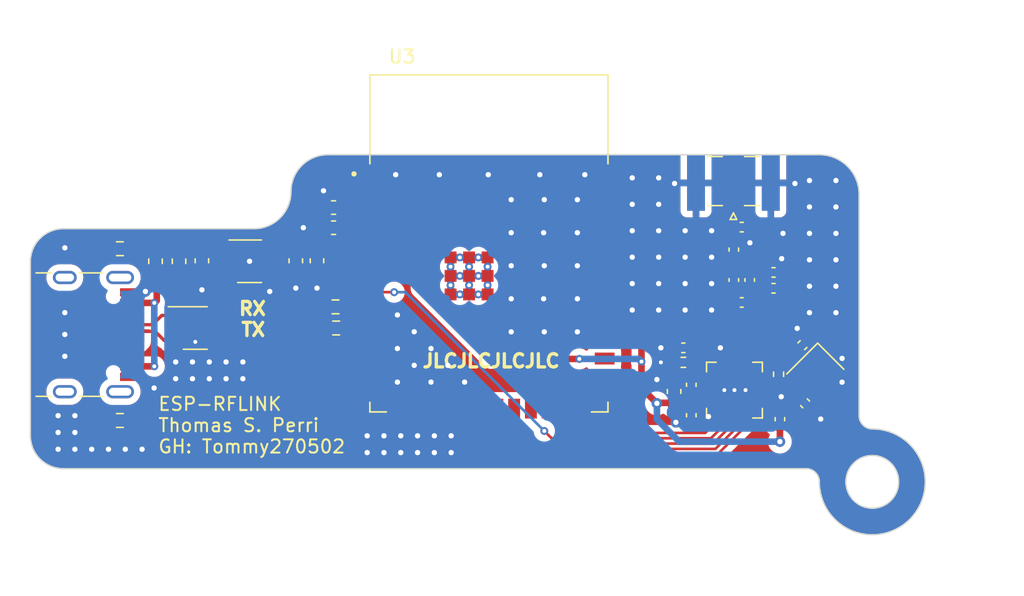
<source format=kicad_pcb>
(kicad_pcb (version 20221018) (generator pcbnew)
  (layers (0 "F.Cu" signal) (1 "In1.Cu" signal) (2 "In2.Cu" signal) (31 "B.Cu" signal) (34 "B.Paste" user) (35 "F.Paste" user) (36 "B.SilkS" user "B.Silkscreen") (37 "F.SilkS" user "F.Silkscreen") (38 "B.Mask" user) (39 "F.Mask" user) (44 "Edge.Cuts" user))
  (net 0 "")
  (net 1 "VDD_PA")
  (net 2 "XC1")
  (net 3 "XC2")
  (net 4 "USBCON_D+")
  (net 5 "ANT2")
  (net 6 "ANT1")
  (net 7 "Net-(U4-DVDD)")
  (net 8 "CE")
  (net 9 "CSN")
  (net 10 "SCK")
  (net 11 "MOSI")
  (net 12 "MISO")
  (net 13 "IRQ")
  (net 14 "Net-(C16-Pad1)")
  (net 15 "Net-(J2-In)")
  (net 16 "Net-(J1-CC1)")
  (net 18 "+3V3")
  (net 19 "+5V")
  (net 20 "GND")
  (net 21 "Net-(J1-CC2)")
  (net 22 "Net-(D1-A)")
  (net 23 "Net-(D2-A)")
  (net 24 "Net-(F1-Pad1)")
  (net 27 "Net-(U3-IO16)")
  (net 28 "Net-(U3-IO17)")
  (net 29 "Net-(U4-IREF)")
  (net 30 "USB_D+")
  (net 31 "USB_D-")
  (net 53 "USBCON_D-")
  (net 60 "Net-(F1-Pad2)")
  (footprint "Capacitor_SMD:C_0603_1608Metric_Pad1.08x0.95mm_HandSolder" (layer "F.Cu") (at 109.22 63.246 180)
    (fp_text reference "C6" hide)
    (fp_text value "100n" hide)
  )
  (footprint "Capacitor_SMD:C_0402_1005Metric_Pad0.74x0.62mm_HandSolder" (layer "F.Cu") (at 142.4825 69.353749)
    (fp_text reference "C12" hide)
    (fp_text value "2n2" hide)
  )
  (footprint "Crystal:Crystal_SMD_2520-4Pin_2.5x2.0mm" (layer "F.Cu") (at 145.641256 75.66 -135)
    (fp_text reference "Y1" hide)
    (fp_text value "Crystal_GND24_Small" hide)
  )
  (footprint "Capacitor_SMD:C_0603_1608Metric_Pad1.08x0.95mm_HandSolder" (layer "F.Cu") (at 107.965 67.2725 -90)
    (fp_text reference "C3" hide)
    (fp_text value "100n" hide)
  )
  (footprint "Capacitor_SMD:C_0402_1005Metric_Pad0.74x0.62mm_HandSolder" (layer "F.Cu") (at 140.0825 64.72625)
    (fp_text reference "C17" hide)
    (fp_text value "1p" hide)
  )
  (footprint "Fuse:Fuse_0603_1608Metric_Pad1.05x0.95mm_HandSolder" (layer "F.Cu") (at 95.758 67.31 90)
    (fp_text reference "F1" hide)
    (fp_text value "500mA" hide)
  )
  (footprint "Capacitor_SMD:C_0603_1608Metric_Pad1.08x0.95mm_HandSolder" (layer "F.Cu") (at 106.365 67.2725 -90)
    (fp_text reference "C2" hide)
    (fp_text value "10u" hide)
  )
  (footprint "Capacitor_SMD:C_0402_1005Metric_Pad0.74x0.62mm_HandSolder" (layer "F.Cu") (at 139.4825 66.42625 90)
    (fp_text reference "C16" hide)
    (fp_text value "1p5" hide)
  )
  (footprint "Inductor_SMD:L_0402_1005Metric_Pad0.77x0.64mm_HandSolder" (layer "F.Cu") (at 140.6825 68.72625 90)
    (fp_text reference "L4" hide)
    (fp_text value "2n7" hide)
  )
  (footprint "Capacitor_SMD:C_0603_1608Metric_Pad1.08x0.95mm_HandSolder" (layer "F.Cu") (at 134.964999 77.16 90)
    (fp_text reference "C8" hide)
    (fp_text value "10u" hide)
  )
  (footprint "Resistor_SMD:R_0402_1005Metric_Pad0.72x0.64mm_HandSolder" (layer "F.Cu") (at 142.865 75.857499 -90)
    (fp_text reference "R6" hide)
    (fp_text value "1M" hide)
  )
  (footprint "Capacitor_SMD:C_0402_1005Metric_Pad0.74x0.62mm_HandSolder" (layer "F.Cu") (at 136.265 76.66 90)
    (fp_text reference "C13" hide)
    (fp_text value "100n" hide)
  )
  (footprint "Capacitor_SMD:C_0402_1005Metric_Pad0.74x0.62mm_HandSolder" (layer "F.Cu") (at 142.965 79.26 90)
    (fp_text reference "C15" hide)
    (fp_text value "100n" hide)
  )
  (footprint "ESP32:XCVR_ESP32S3WROOM1N8R8" (layer "F.Cu") (at 120.965 65.96)
    (fp_text reference "U3")
    (fp_text value "ESP32-S3" hide)
  )
  (footprint "Inductor_SMD:L_0402_1005Metric_Pad0.77x0.64mm_HandSolder" (layer "F.Cu") (at 140.0825 70.42625)
    (fp_text reference "L2" hide)
    (fp_text value "8n2" hide)
  )
  (footprint "Capacitor_SMD:C_0402_1005Metric_Pad0.74x0.62mm_HandSolder" (layer "F.Cu") (at 144.665 73.66 45)
    (fp_text reference "C9" hide)
    (fp_text value "22p" hide)
  )
  (footprint "Capacitor_SMD:C_0402_1005Metric_Pad0.74x0.62mm_HandSolder" (layer "F.Cu") (at 144.865 78.060001 -45)
    (fp_text reference "C11" hide)
    (fp_text value "22p" hide)
  )
  (footprint "Inductor_SMD:L_0603_1608Metric_Pad1.05x0.95mm_HandSolder" (layer "F.Cu") (at 97.536 67.31 90)
    (fp_text reference "L1" hide)
    (fp_text value "2u2" hide)
  )
  (footprint "Resistor_SMD:R_0603_1608Metric_Pad0.98x0.95mm_HandSolder" (layer "F.Cu") (at 109.415 72.36 180)
    (fp_text reference "R4" hide)
    (fp_text value "1k3" hide)
  )
  (footprint "Capacitor_SMD:C_0402_1005Metric_Pad0.74x0.62mm_HandSolder" (layer "F.Cu") (at 142.4825 68.15375)
    (fp_text reference "C14" hide)
    (fp_text value "4p7" hide)
  )
  (footprint "Capacitor_SMD:C_0402_1005Metric_Pad0.74x0.62mm_HandSolder" (layer "F.Cu") (at 136.265 78.96 -90)
    (fp_text reference "C7" hide)
    (fp_text value "33n" hide)
  )
  (footprint "Package_TO_SOT_SMD:SOT-23-5_HandSoldering" (layer "F.Cu") (at 102.87 67.31)
    (fp_text reference "U2" hide)
    (fp_text value "NCP115ASN330T2G" hide)
  )
  (footprint "LED_SMD:LED_0603_1608Metric_Pad1.05x0.95mm_HandSolder" (layer "F.Cu") (at 105.965 70.76)
    (fp_text reference "D1" hide)
    (fp_text value "Rx" hide)
  )
  (footprint "Resistor_SMD:R_0402_1005Metric_Pad0.72x0.64mm_HandSolder" (layer "F.Cu") (at 135.665 74.96)
    (fp_text reference "R5" hide)
    (fp_text value "22k" hide)
  )
  (footprint "LED_SMD:LED_0603_1608Metric_Pad1.05x0.95mm_HandSolder" (layer "F.Cu") (at 105.99 72.36)
    (fp_text reference "D2" hide)
    (fp_text value "Tx" hide)
  )
  (footprint "Resistor_SMD:R_0603_1608Metric_Pad0.98x0.95mm_HandSolder" (layer "F.Cu") (at 93.065 66.36)
    (fp_text reference "R2" hide)
    (fp_text value "5k1" hide)
  )
  (footprint "Capacitor_SMD:C_0402_1005Metric_Pad0.74x0.62mm_HandSolder" (layer "F.Cu") (at 135.665 73.86 180)
    (fp_text reference "C10" hide)
    (fp_text value "100n" hide)
  )
  (footprint "Connector_USB:USB_C_Receptacle_GCT_USB4105-xx-A_16P_TopMnt_Horizontal" (layer "F.Cu") (at 89.975 72.86 -90)
    (fp_text reference "J1" hide)
    (fp_text value "USB_C_Receptacle_USB2.0" hide)
  )
  (footprint "Package_TO_SOT_SMD:SOT-23-6_Handsoldering" (layer "F.Cu") (at 98.765 72.36)
    (fp_text reference "U1" hide)
    (fp_text value "USBLC6-2SC6" hide)
  )
  (footprint "Inductor_SMD:L_0402_1005Metric_Pad0.77x0.64mm_HandSolder" (layer "F.Cu") (at 139.4825 68.72625 90)
    (fp_text reference "L3" hide)
    (fp_text value "3n9" hide)
  )
  (footprint "Capacitor_SMD:C_0603_1608Metric_Pad1.08x0.95mm_HandSolder" (layer "F.Cu") (at 109.22 64.77 180)
    (fp_text reference "C5" hide)
    (fp_text value "10u" hide)
  )
  (footprint "Connector_Coaxial:SMA_Samtec_SMA-J-P-X-ST-EM1_EdgeMount" (layer "F.Cu") (at 139.45 61.38875 180)
    (fp_text reference "J2" hide)
    (fp_text value "ANT")
  )
  (footprint "Package_DFN_QFN:QFN-20-1EP_4x4mm_P0.5mm_EP2.5x2.5mm" (layer "F.Cu") (at 139.5275 77.06 90)
    (fp_text reference "U4" hide)
    (fp_text value "NRF24L01" hide)
  )
  (footprint "Capacitor_SMD:C_0603_1608Metric_Pad1.08x0.95mm_HandSolder" (layer "F.Cu") (at 99.265 67.2725 -90)
    (fp_text reference "C1" hide)
    (fp_text value "10u" hide)
  )
  (footprint "Resistor_SMD:R_0603_1608Metric_Pad0.98x0.95mm_HandSolder" (layer "F.Cu") (at 93.065 79.36)
    (fp_text reference "R1" hide)
    (fp_text value "5k1" hide)
  )
  (footprint "Resistor_SMD:R_0603_1608Metric_Pad0.98x0.95mm_HandSolder" (layer "F.Cu") (at 109.365 70.76 180)
    (fp_text reference "R3" hide)
    (fp_text value "1k3" hide)
  )
  (gr_line (start 148.95 62.25) (end 148.95 79) (stroke (width 0.1)) (layer "Edge.Cuts"))
  (gr_arc (start 106 62.05) (mid 106.820101 60.070101) (end 108.8 59.25) (stroke (width 0.1)) (layer "Edge.Cuts"))
  (gr_arc (start 106 62.05) (mid 105.179899 64.029899) (end 103.2 64.85) (stroke (width 0.1)) (layer "Edge.Cuts"))
  (gr_arc (start 86.3 67.35) (mid 87.032233 65.582233) (end 88.8 64.85) (stroke (width 0.1)) (layer "Edge.Cuts"))
  (gr_line (start 88.8 64.85) (end 103.2 64.85) (stroke (width 0.1)) (layer "Edge.Cuts"))
  (gr_arc (start 144.95 83) (mid 145.657107 83.292893) (end 145.95 84) (stroke (width 0.1)) (layer "Edge.Cuts"))
  (gr_arc (start 145.95 59.25) (mid 148.07132 60.12868) (end 148.95 62.25) (stroke (width 0.1)) (layer "Edge.Cuts"))
  (gr_line (start 108.8 59.25) (end 145.95 59.25) (stroke (width 0.1)) (layer "Edge.Cuts"))
  (gr_circle (center 149.95 84) (end 151.95 84) (stroke (width 0.1)) (fill none) (layer "Edge.Cuts"))
  (gr_arc (start 149.95 80) (mid 152.778427 86.828427) (end 145.95 84) (stroke (width 0.1)) (layer "Edge.Cuts"))
  (gr_line (start 88.8 83) (end 144.95 83) (stroke (width 0.1)) (layer "Edge.Cuts"))
  (gr_arc (start 149.95 80) (mid 149.242893 79.707107) (end 148.95 79) (stroke (width 0.1)) (layer "Edge.Cuts"))
  (gr_arc (start 88.8 83) (mid 87.032233 82.267767) (end 86.3 80.5) (stroke (width 0.1)) (layer "Edge.Cuts"))
  (gr_line (start 86.3 67.35) (end 86.3 80.5) (stroke (width 0.1)) (layer "Edge.Cuts"))
  (gr_text "ESP-RFLINK\nThomas S. Perri\nGH: Tommy270502" (at 95.885 81.915) (layer "F.SilkS") (effects (font (size 1 1)) (justify left bottom)))
  (gr_text "TX" (at 102.124073 73.066722) (layer "F.SilkS") (effects (font (size 1 1) (thickness 0.25) bold) (justify left bottom)))
  (gr_text "JLCJLCJLCJLC" (at 115.824 75.438) (layer "F.SilkS") (effects (font (size 1 1) (thickness 0.25) bold) (justify left bottom)))
  (gr_text "RX" (at 101.943967 71.481784) (layer "F.SilkS") (effects (font (size 1 1) (thickness 0.25) bold) (justify left bottom)))
  (segment (start 141.915 70.415946) (end 140.5275 71.803446) (width 0.2) (layer "F.Cu") (net 1))
  (segment (start 141.915 69.353749) (end 141.915 70.415946) (width 0.2) (layer "F.Cu") (net 1))
  (segment (start 141.915 68.15375) (end 141.915 69.353749) (width 0.2) (layer "F.Cu") (net 1))
  (segment (start 140.6825 68.15375) (end 141.915 68.15375) (width 0.2) (layer "F.Cu") (net 1))
  (segment (start 140.5275 71.803446) (end 140.5275 75.1225) (width 0.2) (layer "F.Cu") (net 1))
  (segment (start 144.063717 74.061283) (end 142.865 75.26) (width 0.2) (layer "F.Cu") (net 2))
  (segment (start 141.465 76.06) (end 142.065 76.06) (width 0.2) (layer "F.Cu") (net 2))
  (segment (start 144.263717 74.061283) (end 144.063717 74.061283) (width 0.2) (layer "F.Cu") (net 2))
  (segment (start 145.765 74.546307) (end 144.748741 74.546307) (width 0.2) (layer "F.Cu") (net 2))
  (segment (start 142.065 76.06) (end 142.865 75.26) (width 0.2) (layer "F.Cu") (net 2))
  (segment (start 144.748741 74.546307) (end 144.263717 74.061283) (width 0.2) (layer "F.Cu") (net 2))
  (segment (start 142.76 76.56) (end 142.865 76.455) (width 0.2) (layer "F.Cu") (net 3))
  (segment (start 144.632488 77.658717) (end 145.517512 76.773693) (width 0.2) (layer "F.Cu") (net 3))
  (segment (start 144.463717 77.658717) (end 144.632488 77.658717) (width 0.2) (layer "F.Cu") (net 3))
  (segment (start 142.87 76.46) (end 142.865 76.455) (width 0.2) (layer "F.Cu") (net 3))
  (segment (start 143.26 76.455) (end 144.463717 77.658717) (width 0.2) (layer "F.Cu") (net 3))
  (segment (start 142.865 76.455) (end 143.26 76.455) (width 0.2) (layer "F.Cu") (net 3))
  (segment (start 141.465 76.559999) (end 142.76 76.56) (width 0.2) (layer "F.Cu") (net 3))
  (segment (start 93.655 72.61) (end 95.724 72.61) (width 0.25) (layer "F.Cu") (net 4))
  (segment (start 94.765163 73.398445) (end 94.765163 72.596803) (width 0.267208) (layer "F.Cu") (net 4))
  (segment (start 95.724 72.61) (end 96.424 73.31) (width 0.25) (layer "F.Cu") (net 4))
  (segment (start 94.553608 73.61) (end 94.765163 73.398445) (width 0.267208) (layer "F.Cu") (net 4))
  (segment (start 94.765163 72.596803) (end 95.25 72.596803) (width 0.267208) (layer "F.Cu") (net 4))
  (segment (start 93.655 73.61) (end 94.553608 73.61) (width 0.267208) (layer "F.Cu") (net 4))
  (segment (start 96.424 73.31) (end 97.51 73.31) (width 0.25) (layer "F.Cu") (net 4))
  (segment (start 139.51 75.105) (end 139.5275 75.1225) (width 0.2) (layer "F.Cu") (net 5))
  (segment (start 139.4825 69.29875) (end 139.4825 70.39875) (width 0.2) (layer "F.Cu") (net 5))
  (segment (start 139.51 70.42625) (end 139.51 75.105) (width 0.2) (layer "F.Cu") (net 5))
  (segment (start 139.4825 70.39875) (end 139.51 70.42625) (width 0.2) (layer "F.Cu") (net 5))
  (segment (start 140.6825 69.29875) (end 140.6825 70.39875) (width 0.2) (layer "F.Cu") (net 6))
  (segment (start 140.0275 70.946314) (end 140.547564 70.42625) (width 0.2) (layer "F.Cu") (net 6))
  (segment (start 140.547564 70.42625) (end 140.655 70.42625) (width 0.2) (layer "F.Cu") (net 6))
  (segment (start 140.0275 75.1225) (end 140.0275 70.946314) (width 0.2) (layer "F.Cu") (net 6))
  (segment (start 140.6825 70.39875) (end 140.655 70.42625) (width 0.2) (layer "F.Cu") (net 6))
  (segment (start 137.0975 77.56) (end 136.265 78.3925) (width 0.2) (layer "F.Cu") (net 7))
  (segment (start 137.59 77.56) (end 137.0975 77.56) (width 0.2) (layer "F.Cu") (net 7))
  (segment (start 127.95 79.6) (end 127.95 78.46) (width 0.2) (layer "F.Cu") (net 8))
  (segment (start 137.319475 80.3) (end 128.65 80.3) (width 0.2) (layer "F.Cu") (net 8))
  (segment (start 138.5275 79.091975) (end 137.319475 80.3) (width 0.2) (layer "F.Cu") (net 8))
  (segment (start 138.5275 78.9975) (end 138.5275 79.091975) (width 0.2) (layer "F.Cu") (net 8))
  (segment (start 128.65 80.3) (end 127.95 79.6) (width 0.2) (layer "F.Cu") (net 8))
  (segment (start 137.751478 80.7032) (end 125.7032 80.7032) (width 0.2) (layer "F.Cu") (net 9))
  (segment (start 112.275 69.65) (end 112.215 69.59) (width 0.2) (layer "F.Cu") (net 9))
  (segment (start 139.0275 79.427178) (end 137.751478 80.7032) (width 0.2) (layer "F.Cu") (net 9))
  (segment (start 125.7032 80.7032) (end 125.15 80.15) (width 0.2) (layer "F.Cu") (net 9))
  (segment (start 113.8 69.65) (end 112.275 69.65) (width 0.2) (layer "F.Cu") (net 9))
  (segment (start 139.0275 78.9975) (end 139.0275 79.427178) (width 0.2) (layer "F.Cu") (net 9))
  (via (at 125.15 80.15) (size 0.6) (drill 0.3) (layers "F.Cu" "B.Cu") (net 9))
  (via (at 113.8 69.65) (size 0.6) (drill 0.3) (layers "F.Cu" "B.Cu") (net 9))
  (segment (start 114.65 69.65) (end 113.8 69.65) (width 0.2) (layer "B.Cu") (net 9))
  (segment (start 125.15 80.15) (end 114.65 69.65) (width 0.2) (layer "B.Cu") (net 9))
  (segment (start 122.87 79.41) (end 122.87 78.46) (width 0.2) (layer "F.Cu") (net 10))
  (segment (start 139.5275 78.9975) (end 139.5275 79.497388) (width 0.2) (layer "F.Cu") (net 10))
  (segment (start 124.5664 81.1064) (end 122.87 79.41) (width 0.2) (layer "F.Cu") (net 10))
  (segment (start 137.918488 81.1064) (end 124.5664 81.1064) (width 0.2) (layer "F.Cu") (net 10))
  (segment (start 139.5275 79.497388) (end 137.918488 81.1064) (width 0.2) (layer "F.Cu") (net 10))
  (segment (start 140.0275 78.9975) (end 140.0275 79.567598) (width 0.2) (layer "F.Cu") (net 11))
  (segment (start 138.085498 81.5096) (end 123.0596 81.5096) (width 0.2) (layer "F.Cu") (net 11))
  (segment (start 123.0596 81.5096) (end 121.6 80.05) (width 0.2) (layer "F.Cu") (net 11))
  (segment (start 140.0275 79.567598) (end 138.085498 81.5096) (width 0.2) (layer "F.Cu") (net 11))
  (segment (start 121.6 80.05) (end 121.6 78.46) (width 0.2) (layer "F.Cu") (net 11))
  (segment (start 138.252508 81.9128) (end 122.07939 81.9128) (width 0.2) (layer "F.Cu") (net 12))
  (segment (start 120.33 80.16341) (end 120.33 78.46) (width 0.2) (layer "F.Cu") (net 12))
  (segment (start 122.07939 81.9128) (end 120.33 80.16341) (width 0.2) (layer "F.Cu") (net 12))
  (segment (start 140.5275 79.637808) (end 138.252508 81.9128) (width 0.2) (layer "F.Cu") (net 12))
  (segment (start 140.5275 78.9975) (end 140.5275 79.637808) (width 0.2) (layer "F.Cu") (net 12))
  (segment (start 139.4825 66.99375) (end 139.4825 68.15375) (width 0.2) (layer "F.Cu") (net 14))
  (segment (start 139.5 64.71125) (end 139.515 64.72625) (width 0.2) (layer "F.Cu") (net 15))
  (segment (start 139.4825 64.75875) (end 139.515 64.72625) (width 0.2) (layer "F.Cu") (net 15))
  (segment (start 139.4825 65.85875) (end 139.4825 64.75875) (width 0.2) (layer "F.Cu") (net 15))
  (segment (start 139.5 61.18875) (end 139.5 64.71125) (width 0.2) (layer "F.Cu") (net 15))
  (segment (start 93.655 71.61) (end 91.93 71.61) (width 0.267208) (layer "F.Cu") (net 16))
  (segment (start 91.186 67.3265) (end 92.1525 66.36) (width 0.267208) (layer "F.Cu") (net 16))
  (segment (start 91.186 70.866) (end 91.186 67.3265) (width 0.267208) (layer "F.Cu") (net 16))
  (segment (start 91.93 71.61) (end 91.186 70.866) (width 0.267208) (layer "F.Cu") (net 16))
  (segment (start 132.5 74.9) (end 132.5 73.25) (width 0.5) (layer "F.Cu") (net 18))
  (segment (start 133.05 72.7) (end 135.65 72.7) (width 0.5) (layer "F.Cu") (net 18))
  (segment (start 142.065 77.56) (end 142.265 77.76) (width 0.2) (layer "F.Cu") (net 18))
  (segment (start 106.365 66.41) (end 107.965 66.41) (width 0.5) (layer "F.Cu") (net 18))
  (segment (start 137.7275 75.1225) (end 137.665 75.06) (width 0.2) (layer "F.Cu") (net 18))
  (segment (start 142.965 79.8275) (end 142.965 80.96) (width 0.5) (layer "F.Cu") (net 18))
  (segment (start 142.265 77.76) (end 142.265 77.864137) (width 0.2) (layer "F.Cu") (net 18))
  (segment (start 110.0825 63.246) (end 112.209 63.246) (width 0.5) (layer "F.Cu") (net 18))
  (segment (start 115.8 69.3614) (end 121.1386 74.7) (width 0.5) (layer "F.Cu") (net 18))
  (segment (start 136.2325 73.2825) (end 136.2325 73.86) (width 0.5) (layer "F.Cu") (net 18))
  (segment (start 115.8 68.1) (end 115.8 69.3614) (width 0.5) (layer "F.Cu") (net 18))
  (segment (start 133.7025 78.022501) (end 133.665 78.060001) (width 0.5) (layer "F.Cu") (net 18))
  (segment (start 110.0825 63.246) (end 110.0825 64.77) (width 0.5) (layer "F.Cu") (net 18))
  (segment (start 112.209 63.246) (end 112.215 63.24) (width 0.5) (layer "F.Cu") (net 18))
  (segment (start 132.5 74.9) (end 132.5 76.895001) (width 0.5) (layer "F.Cu") (net 18))
  (segment (start 136.965 74.36) (end 137.315 74.71) (width 0.5) (layer "F.Cu") (net 18))
  (segment (start 142.265 79.56) (end 142.5325 79.827499) (width 0.3) (layer "F.Cu") (net 18))
  (segment (start 136.265 77.2275) (end 136.4325 77.06) (width 0.2) (layer "F.Cu") (net 18))
  (segment (start 112.1375 63.1625) (end 112.215 63.24) (width 0.5) (layer "F.Cu") (net 18))
  (segment (start 142.265 77.864137) (end 142.265 79.56) (width 0.3) (layer "F.Cu") (net 18))
  (segment (start 107.965 66.41) (end 108.4425 66.41) (width 0.5) (layer "F.Cu") (net 18))
  (segment (start 142.5325 79.827499) (end 142.965 79.8275) (width 0.3) (layer "F.Cu") (net 18))
  (segment (start 112.215 63.24) (end 113.0514 63.24) (width 0.5) (layer "F.Cu") (net 18))
  (segment (start 113.0514 63.24) (end 115.8 65.9886) (width 0.5) (layer "F.Cu") (net 18))
  (segment (start 132.5 73.25) (end 133.05 72.7) (width 0.5) (layer "F.Cu") (net 18))
  (segment (start 136.265 77.2275) (end 135.76 77.2275) (width 0.5) (layer "F.Cu") (net 18))
  (segment (start 106.315 66.36) (end 106.365 66.41) (width 0.5) (layer "F.Cu") (net 18))
  (segment (start 108.4425 66.41) (end 110.0825 64.77) (width 0.5) (layer "F.Cu") (net 18))
  (segment (start 137.315 74.71) (end 137.665 75.06) (width 0.5) (layer "F.Cu") (net 18))
  (segment (start 136.4325 77.06) (end 137.59 77.06) (width 0.2) (layer "F.Cu") (net 18))
  (segment (start 121.1386 74.7) (end 127.8 74.7) (width 0.5) (layer "F.Cu") (net 18))
  (segment (start 135.76 77.2275) (end 134.965 78.0225) (width 0.5) (layer "F.Cu") (net 18))
  (segment (start 136.465 73.86) (end 136.965 74.36) (width 0.5) (layer "F.Cu") (net 18))
  (segment (start 136.2325 73.86) (end 136.465 73.86) (width 0.5) (layer "F.Cu") (net 18))
  (segment (start 141.465 77.56) (end 142.065 77.56) (width 0.2) (layer "F.Cu") (net 18))
  (segment (start 134.965 78.0225) (end 133.7025 78.022501) (width 0.5) (layer "F.Cu") (net 18))
  (segment (start 138.5275 75.1225) (end 137.7275 75.1225) (width 0.2) (layer "F.Cu") (net 18))
  (segment (start 112.215 61.97) (end 112.215 63.24) (width 0.5) (layer "F.Cu") (net 18))
  (segment (start 132.5 76.895001) (end 133.665 78.060001) (width 0.5) (layer "F.Cu") (net 18))
  (segment (start 135.65 72.7) (end 136.2325 73.2825) (width 0.5) (layer "F.Cu") (net 18))
  (segment (start 104.22 66.36) (end 106.315 66.36) (width 0.5) (layer "F.Cu") (net 18))
  (segment (start 115.8 65.9886) (end 115.8 68.1) (width 0.5) (layer "F.Cu") (net 18))
  (via (at 127.8 74.7) (size 0.6) (drill 0.3) (layers "F.Cu" "B.Cu") (net 18))
  (via (at 132.5 74.9) (size 0.6) (drill 0.3) (layers "F.Cu" "B.Cu") (net 18))
  (via (at 133.665 78.060001) (size 0.8) (drill 0.4) (layers "F.Cu" "B.Cu") (net 18))
  (via (at 142.965 80.96) (size 0.8) (drill 0.4) (layers "F.Cu" "B.Cu") (net 18))
  (segment (start 132.5 74.9) (end 132.3 74.7) (width 0.5) (layer "B.Cu") (net 18))
  (segment (start 133.665 78.060001) (end 133.665 79.271608) (width 0.5) (layer "B.Cu") (net 18))
  (segment (start 132.3 74.7) (end 127.8 74.7) (width 0.5) (layer "B.Cu") (net 18))
  (segment (start 135.353392 80.96) (end 142.965 80.96) (width 0.5) (layer "B.Cu") (net 18))
  (segment (start 133.665 79.271608) (end 135.353392 80.96) (width 0.5) (layer "B.Cu") (net 18))
  (segment (start 99.215 66.36) (end 99.265 66.41) (width 0.5) (layer "F.Cu") (net 19))
  (segment (start 100.22742 68.04742) (end 100.22742 66.46258) (width 0.3) (layer "F.Cu") (net 19))
  (segment (start 101.52 66.36) (end 100.33 66.36) (width 0.5) (layer "F.Cu") (net 19))
  (segment (start 100.33 66.36) (end 99.315 66.36) (width 0.5) (layer "F.Cu") (net 19))
  (segment (start 99.3993 70.2257) (end 100.7163 70.2257) (width 0.3) (layer "F.Cu") (net 19))
  (segment (start 101.52 69.422) (end 101.52 68.26) (width 0.3) (layer "F.Cu") (net 19))
  (segment (start 99.315 66.36) (end 99.265 66.41) (width 0.5) (layer "F.Cu") (net 19))
  (segment (start 100.7163 70.2257) (end 101.52 69.422) (width 0.3) (layer "F.Cu") (net 19))
  (segment (start 98.765 71.91) (end 98.765 70.86) (width 0.3) (layer "F.Cu") (net 19))
  (segment (start 100.44 68.26) (end 100.22742 68.04742) (width 0.3) (layer "F.Cu") (net 19))
  (segment (start 98.765 70.86) (end 99.3993 70.2257) (width 0.3) (layer "F.Cu") (net 19))
  (segment (start 99.24 66.435) (end 99.265 66.41) (width 0.5) (layer "F.Cu") (net 19))
  (segment (start 100.02 72.36) (end 99.215 72.36) (width 0.3) (layer "F.Cu") (net 19))
  (segment (start 101.52 68.26) (end 100.44 68.26) (width 0.3) (layer "F.Cu") (net 19))
  (segment (start 97.536 66.435) (end 99.24 66.435) (width 0.5) (layer "F.Cu") (net 19))
  (segment (start 100.22742 66.46258) (end 100.33 66.36) (width 0.3) (layer "F.Cu") (net 19))
  (segment (start 99.215 72.36) (end 98.765 71.91) (width 0.3) (layer "F.Cu") (net 19))
  (segment (start 128.275 60.7) (end 128.215 60.76) (width 0.5) (layer "F.Cu") (net 20))
  (segment (start 139.0275 75.1225) (end 139.0275 74.4225) (width 0.3) (layer "F.Cu") (net 20))
  (segment (start 137.59 78.06) (end 137.59 79.035) (width 0.2) (layer "F.Cu") (net 20))
  (segment (start 135.0975 73.860001) (end 133.965 73.86) (width 0.5) (layer "F.Cu") (net 20))
  (segment (start 135.0675 74.96) (end 133.965001 74.96) (width 0.3) (layer "F.Cu") (net 20))
  (segment (start 139.0275 74.4225) (end 138.465 73.86) (width 0.3) (layer "F.Cu") (net 20))
  (segment (start 142.965 77.66) (end 143.065 77.56) (width 0.5) (layer "F.Cu") (net 20))
  (segment (start 104.394 69.596) (end 105.09 70.292) (width 0.5) (layer "F.Cu") (net 20))
  (segment (start 113.855 60.7) (end 113.915 60.76) (width 0.5) (layer "F.Cu") (net 20))
  (segment (start 136.675 61.38875) (end 135.0375 61.38875) (width 0.5) (layer "F.Cu") (net 20))
  (segment (start 146.348362 75.942843) (end 145.924098 75.942843) (width 0.2) (layer "F.Cu") (net 20))
  (segment (start 108.3575 62.0765) (end 108.458 61.976) (width 0.5) (layer "F.Cu") (net 20))
  (segment (start 142.965 78.6925) (end 142.965 77.66) (width 0.5) (layer "F.Cu") (net 20))
  (segment (start 93.655 76.06) (end 94.81 76.06) (width 0.5) (layer "F.Cu") (net 20))
  (segment (start 146.788744 75.536257) (end 147.665 74.660001) (width 0.5) (layer "F.Cu") (net 20))
  (segment (start 136.265 79.5275) (end 135.1275 79.5275) (width 0.5) (layer "F.Cu") (net 20))
  (segment (start 143.065 77.56) (end 142.891251 77.56) (width 0.3) (layer "F.Cu") (net 20))
  (segment (start 146.754949 75.536256) (end 146.754949 75.549949) (width 0.5) (layer "F.Cu") (net 20))
  (segment (start 119.465 60.81) (end 119.415 60.76) (width 0.5) (layer "F.Cu") (net 20))
  (segment (start 144.93415 75.377157) (end 144.527563 75.783745) (width 0.2) (layer "F.Cu") (net 20))
  (segment (start 136.7325 76.56) (end 136.265 76.0925) (width 0.2) (layer "F.Cu") (net 20))
  (segment (start 139.5275 77.06) (end 138.765 77.06) (width 0.267208) (layer "F.Cu") (net 20))
  (segment (start 119.465 67.02) (end 119.465 69.82) (width 0.5) (layer "F.Cu") (net 20))
  (segment (start 143.05 68.15375) (end 143.05 67.15875) (width 0.5) (layer "F.Cu") (net 20))
  (segment (start 94.932 69.66) (end 93.655 69.66) (width 0.5) (layer "F.Cu") (net 20))
  (segment (start 146.05 79.245001) (end 145.266283 78.461284) (width 0.5) (layer "F.Cu") (net 20))
  (segment (start 101.52 67.31) (end 102.87 67.31) (width 0.5) (layer "F.Cu") (net 20))
  (segment (start 94.996 69.596) (end 94.932 69.66) (width 0.5) (layer "F.Cu") (net 20))
  (segment (start 133.702501 76.2975) (end 133.665001 76.26) (width 0.5) (layer "F.Cu") (net 20))
  (segment (start 108.3575 64.77) (end 106.934 64.77) (width 0.5) (layer "F.Cu") (net 20))
  (segment (start 94.81 76.06) (end 95.65 76.9) (width 0.5) (layer "F.Cu") (net 20))
  (segment (start 105.115 72.36) (end 105.115 70.785) (width 0.5) (layer "F.Cu") (net 20))
  (segment (start 142.391251 77.06) (end 141.465 77.06) (width 0.2) (layer "F.Cu") (net 20))
  (segment (start 142.325 61.38875) (end 144.0625 61.38875) (width 0.5) (layer "F.Cu") (net 20))
  (segment (start 135.1275 79.5275) (end 135.1 79.5) (width 0.5) (layer "F.Cu") (net 20))
  (segment (start 140.65 64.72625) (end 140.65 65.86625) (width 0.5) (layer "F.Cu") (net 20))
  (segment (start 144.272 72.39) (end 144.272 72.464433) (width 0.5) (layer "F.Cu") (net 20))
  (segment (start 137.59 76.56) (end 136.7325 76.56) (width 0.2) (layer "F.Cu") (net 20))
  (segment (start 144.272 72.464433) (end 145.066283 73.258716) (width 0.5) (layer "F.Cu") (net 20))
  (segment (start 146.754949 75.536256) (end 146.788744 75.536257) (width 0.5) (layer "F.Cu") (net 20))
  (segment (start 106.365 68.135) (end 106.365 69.342) (width 0.5) (layer "F.Cu") (net 20))
  (segment (start 118.015 60.76) (end 119.415 60.76) (width 0.5) (layer "F.Cu") (net 20))
  (segment (start 145.924098 75.942843) (end 145.358414 75.377157) (width 0.2) (layer "F.Cu") (net 20))
  (segment (start 118.065 69.82) (end 120.865 69.82) (width 0.5) (layer "F.Cu") (net 20))
  (segment (start 146.754949 75.549949) (end 147.665 76.46) (width 0.5) (layer "F.Cu") (net 20))
  (segment (start 119.415 60.76) (end 128.215 60.76) (width 0.5) (layer "F.Cu") (net 20))
  (segment (start 135.17 76.0925) (end 134.965 76.2975) (width 0.5) (layer "F.Cu") (net 20))
  (segment (start 118.065 67.02) (end 120.865 67.02) (width 0.5) (layer "F.Cu") (net 20))
  (segment (start 129.715 60.7) (end 128.275 60.7) (width 0.5) (layer "F.Cu") (net 20))
  (segment (start 118.065 68.42) (end 120.865 68.42) (width 0.5) (layer "F.Cu") (net 20))
  (segment (start 99.265 68.135) (end 99.265 69.4725) (width 0.5) (layer "F.Cu") (net 20))
  (segment (start 146.05 79.248) (end 146.05 79.245001) (width 0.5) (layer "F.Cu") (net 20))
  (segment (start 98.765 73.41) (end 98.765 72.91) (width 0.3) (layer "F.Cu") (net 20))
  (segment (start 137.59 79.035) (end 137.565 79.06) (width 0.2) (layer "F.Cu") (net 20))
  (segment (start 105.09 70.292) (end 105.09 70.76) (width 0.5) (layer "F.Cu") (net 20))
  (segment (start 105.115 70.785) (end 105.09 70.76) (width 0.5) (layer "F.Cu") (net 20))
  (segment (start 142.891251 77.56) (end 142.391251 77.06) (width 0.3) (layer "F.Cu") (net 20))
  (segment (start 135.0375 61.38875) (end 135 61.42625) (width 0.5) (layer "F.Cu") (net 20))
  (segment (start 136.265 76.0925) (end 135.17 76.0925) (width 0.5) (layer "F.Cu") (net 20))
  (segment (start 144.0625 61.38875) (end 144.1 61.42625) (width 0.5) (layer "F.Cu") (net 20))
  (segment (start 108.3575 63.246) (end 108.3575 62.0765) (width 0.5) (layer "F.Cu") (net 20))
  (segment (start 140.65 65.86625) (end 140.69625 65.9125) (width 0.5) (layer "F.Cu") (net 20))
  (segment (start 120.865 69.82) (end 120.865 67.02) (width 0.5) (layer "F.Cu") (net 20))
  (segment (start 113.915 60.76) (end 118.015 60.76) (width 0.5) (layer "F.Cu") (net 20))
  (segment (start 143.05 69.353749) (end 143.05 68.15375) (width 0.5) (layer "F.Cu") (net 20))
  (segment (start 139.5275 77.06) (end 140.365 77.06) (width 0.267208) (layer "F.Cu") (net 20))
  (segment (start 143.05 67.15875) (end 143.09625 67.1125) (width 0.5) (layer "F.Cu") (net 20))
  (segment (start 118.065 60.81) (end 118.015 60.76) (width 0.5) (layer "F.Cu") (net 20))
  (segment (start 98.215 72.36) (end 97.51 72.36) (width 0.3) (layer "F.Cu") (net 20))
  (segment (start 98.765 72.91) (end 98.215 72.36) (width 0.3) (layer "F.Cu") (net 20))
  (segment (start 145.358414 75.377157) (end 144.93415 75.377157) (width 0.2) (layer "F.Cu") (net 20))
  (segment (start 120.865 60.81) (end 120.915 60.76) (width 0.5) (layer "F.Cu") (net 20))
  (segment (start 146.754949 75.536256) (end 146.348362 75.942843) (width 0.2) (layer "F.Cu") (net 20))
  (segment (start 134.965 76.2975) (end 133.702501 76.2975) (width 0.5) (layer "F.Cu") (net 20))
  (segment (start 118.065 67.02) (end 118.065 69.82) (width 0.5) (layer "F.Cu") (net 20))
  (segment (start 112.215 60.7) (end 113.855 60.7) (width 0.5) (layer "F.Cu") (net 20))
  (segment (start 107.965 68.0975) (end 107.965 69.342) (width 0.5) (layer "F.Cu") (net 20))
  (via (at 98.552 76.2) (size 0.8) (drill 0.4) (layers "F.Cu" "B.Cu") (net 20))
  (via (at 133.8 65) (size 0.8) (drill 0.4) (layers "F.Cu" "B.Cu") (net 20))
  (via (at 140.69625 65.9125) (size 0.8) (drill 0.4) (layers "F.Cu" "B.Cu") (net 20))
  (via (at 94.996 69.596) (size 0.8) (drill 0.4) (layers "F.Cu" "B.Cu") (net 20))
  (via (at 99.822 76.2) (size 0.8) (drill 0.4) (layers "F.Cu" "B.Cu") (net 20))
  (via (at 143.09625 67.1125) (size 0.8) (drill 0.4) (layers "F.Cu" "B.Cu") (net 20))
  (via (at 133.8 69) (size 0.8) (drill 0.4) (layers "F.Cu" "B.Cu") (net 20))
  (via (at 98.765 73.41) (size 0.6) (drill 0.3) (layers "F.Cu" "B.Cu") (net 20))
  (via (at 133.8 63) (size 0.8) (drill 0.4) (layers "F.Cu" "B.Cu") (net 20))
  (via (at 131.8 61) (size 0.8) (drill 0.4) (layers "F.Cu" "B.Cu") (net 20))
  (via (at 138.465 73.86) (size 0.8) (drill 0.4) (layers "F.Cu" "B.Cu") (net 20))
  (via (at 133.965001 74.96) (size 0.6) (drill 0.3) (layers "F.Cu" "B.Cu") (net 20))
  (via (at 133.965 73.86) (size 0.8) (drill 0.4) (layers "F.Cu" "B.Cu") (net 20))
  (via (at 114.046 76.454) (size 0.8) (drill 0.4) (layers "F.Cu" "B.Cu") (net 20))
  (via (at 106.934 64.77) (size 0.8) (drill 0.4) (layers "F.Cu" "B.Cu") (net 20))
  (via (at 125.15 62.65) (size 0.8) (drill 0.4) (layers "F.Cu" "B.Cu") (net 20))
  (via (at 119.126 76.454) (size 0.8) (drill 0.4) (layers "F.Cu" "B.Cu") (net 20))
  (via (at 144.1 61.42625) (size 0.8) (drill 0.4) (layers "F.Cu" "B.Cu") (net 20))
  (via (at 147.2 69.2) (size 0.8) (drill 0.4) (layers "F.Cu" "B.Cu") (net 20))
  (via (at 127.65 72.65) (size 0.8) (drill 0.4) (layers "F.Cu" "B.Cu") (net 20))
  (via (at 140.365 77.06) (size 0.6) (drill 0.3) (layers "F.Cu" "B.Cu") (net 20))
  (via (at 135.1 79.5) (size 0.8) (drill 0.4) (layers "F.Cu" "B.Cu") (net 20))
  (via (at 133.8 67) (size 0.8) (drill 0.4) (layers "F.Cu" "B.Cu") (net 20))
  (via (at 125.1 70.15) (size 0.8) (drill 0.4) (layers "F.Cu" "B.Cu") (net 20))
  (via (at 118.11 81.788) (size 0.8) (drill 0.4) (layers "F.Cu" "B.Cu") (net 20))
  (via (at 114.046 73.914) (size 0.8) (drill 0.4) (layers "F.Cu" "B.Cu") (net 20))
  (via (at 94.742 81.534) (size 0.8) (drill 0.4) (layers "F.Cu" "B.Cu") (net 20))
  (via (at 131.8 65) (size 0.8) (drill 0.4) (layers "F.Cu" "B.Cu") (net 20))
  (via (at 88.9 74.5) (size 0.8) (drill 0.4) (layers "F.Cu" "B.Cu") (net 20))
  (via (at 135.8 65) (size 0.8) (drill 0.4) (layers "F.Cu" "B.Cu") (net 20))
  (via (at 137.8 69) (size 0.8) (drill 0.4) (layers "F.Cu" "B.Cu") (net 20))
  (via (at 114.3 80.518) (size 0.8) (drill 0.4) (layers "F.Cu" "B.Cu") (net 20))
  (via (at 111.76 80.518) (size 0.8) (drill 0.4) (layers "F.Cu" "B.Cu") (net 20))
  (via (at 101.092 74.93) (size 0.8) (drill 0.4) (layers "F.Cu" "B.Cu") (net 20))
  (via (at 95.65 76.9) (size 0.8) (drill 0.4) (layers "F.Cu" "B.Cu") (net 20))
  (via (at 144.272 72.39) (size 0.8) (drill 0.4) (layers "F.Cu" "B.Cu") (net 20))
  (via (at 116.586 73.914) (size 0.8) (drill 0.4) (layers "F.Cu" "B.Cu") (net 20))
  (via (at 115.316 72.644) (size 0.8) (drill 0.4) (layers "F.Cu" "B.Cu") (net 20))
  (via (at 99.822 74.93) (size 0.8) (drill 0.4) (layers "F.Cu" "B.Cu") (net 20))
  (via (at 116.84 81.788) (size 0.8) (drill 0.4) (layers "F.Cu" "B.Cu") (net 20))
  (via (at 137.8 67) (size 0.8) (drill 0.4) (layers "F.Cu" "B.Cu") (net 20))
  (via (at 102.87 67.31) (size 0.8) (drill 0.4) (layers "F.Cu" "B.Cu") (net 20))
  (via (at 137.8 65) (size 0.8) (drill 0.4) (layers "F.Cu" "B.Cu") (net 20))
  (via (at 89.662 81.534) (size 0.8) (drill 0.4) (layers "F.Cu" "B.Cu") (net 20))
  (via (at 122.65 65.15) (size 0.8) (drill 0.4) (layers "F.Cu" "B.Cu") (net 20))
  (via (at 135.8 67) (size 0.8) (drill 0.4) (layers "F.Cu" "B.Cu") (net 20))
  (via (at 133.8 71) (size 0.8) (drill 0.4) (layers "F.Cu" "B.Cu") (net 20))
  (via (at 88.9 66.294) (size 0.8) (drill 0.4) (layers "F.Cu" "B.Cu") (net 20))
  (via (at 88.392 81.534) (size 0.8) (drill 0.4) (layers "F.Cu" "B.Cu") (net 20))
  (via (at 139.5275 77.06) (size 0.6) (drill 0.3) (layers "F.Cu" "B.Cu") (net 20))
  (via (at 131.8 67) (size 0.8) (drill 0.4) (layers "F.Cu" "B.Cu") (net 20))
  (via (at 115.57 80.518) (size 0.8) (drill 0.4) (layers "F.Cu" "B.Cu") (net 20))
  (via (at 113.03 80.518) (size 0.8) (drill 0.4) (layers "F.Cu" "B.Cu") (net 20))
  (via (at 102.362 76.2) (size 0.8) (drill 0.4) (layers "F.Cu" "B.Cu") (net 20))
  (via (at 89.662 80.264) (size 0.8) (drill 0.4) (layers "F.Cu" "B.Cu") (net 20))
  (via (at 120.915 60.76) (size 0.8) (drill 0.4) (layers "F.Cu" "B.Cu") (net 20))
  (via (at 106.365 69.342) (size 0.8) (drill 0.4) (layers "F.Cu" "B.Cu") (net 20))
  (via (at 89.662 78.994) (size 0.8) (drill 0.4) (layers "F.Cu" "B.Cu") (net 20))
  (via (at 108.458 61.976) (size 0.8) (drill 0.4) (layers "F.Cu" "B.Cu") (net 20))
  (via (at 135 61.42625) (size 0.8) (drill 0.4) (layers "F.Cu" "B.Cu") (net 20))
  (via (at 122.65 62.65) (size 0.8) (drill 0.4) (layers "F.Cu" "B.Cu") (net 20))
  (via (at 122.65 67.65) (size 0.8) (drill 0.4) (layers "F.Cu" "B.Cu") (net 20))
  (via (at 104.394 69.596) (size 0.8) (drill 0.4) (layers "F.Cu" "B.Cu") (net 20))
  (via (at 145.2 71.2) (size 0.8) (drill 0.4) (layers "F.Cu" "B.Cu") (net 20))
  (via (at 137.565 79.06) (size 0.8) (drill 0.4) (layers "F.Cu" "B.Cu") (net 20))
  (via (at 125.1 65.15) (size 0.8) (drill 0.4) (layers "F.Cu" "B.Cu") (net 20))
  (via (at 138.765 77.06) (size 0.6) (drill 0.3) (layers "F.Cu" "B.Cu") (net 20))
  (via (at 133.665001 76.26) (size 0.8) (drill 0.4) (layers "F.Cu" "B.Cu") (net 20))
  (via (at 124.815 60.76) (size 0.8) (drill 0.4) (layers "F.Cu" "B.Cu") (net 20))
  (via (at 114.3 81.788) (size 0.8) (drill 0.4) (layers "F.Cu" "B.Cu") (net 20))
  (via (at 145.2 67.2) (size 0.8) (drill 0.4) (layers "F.Cu" "B.Cu") (net 20))
  (via (at 90.932 81.534) (size 0.8) (drill 0.4) (layers "F.Cu" "B.Cu") (net 20))
  (via (at 99.265 69.4725) (size 0.8) (drill 0.4) (layers "F.Cu" "B.Cu") (net 20))
  (via (at 127.65 67.65) (size 0.8) (drill 0.4) (layers "F.Cu" "B.Cu") (net 20))
  (via (at 97.282 74.93) (size 0.8) (drill 0.4) (layers "F.Cu" "B.Cu") (net 20))
  (via (at 116.84 80.518) (size 0.8) (drill 0.4) (layers "F.Cu" "B.Cu") (net 20))
  (via (at 111.76 81.788) (size 0.8) (drill 0.4) (layers "F.Cu" "B.Cu") (net 20))
  (via (at 92.202 81.534) (size 0.8) (drill 0.4) (layers "F.Cu" "B.Cu") (net 20))
  (via (at 101.092 76.2) (size 0.8) (drill 0.4) (layers "F.Cu" "B.Cu") (net 20))
  (via (at 107.965 69.342) (size 0.8) (drill 0.4) (layers "F.Cu" "B.Cu") (net 20))
  (via (at 133.8 61) (size 0.8) (drill 0.4) (layers "F.Cu" "B.Cu") (net 20))
  (via (at 147.2 65.2) (size 0.8) (drill 0.4) (layers "F.Cu" "B.Cu") (net 20))
  (via (at 115.57 81.788) (size 0.8) (drill 0.4) (layers "F.Cu" "B.Cu") (net 20))
  (via (at 147.2 67.2) (size 0.8) (drill 0.4) (layers "F.Cu" "B.Cu") (net 20))
  (via (at 127.65 65.15) (size 0.8) (drill 0.4) (layers "F.Cu" "B.Cu") (net 20))
  (via (at 146.05 79.248) (size 0.8) (drill 0.4) (layers "F.Cu" "B.Cu") (net 20))
  (via (at 127.65 70.15) (size 0.8) (drill 0.4) (layers "F.Cu" "B.Cu") (net 20))
  (via (at 122.65 70.15) (size 0.8) (drill 0.4) (layers "F.Cu" "B.Cu") (net 20))
  (via (at 147.665 76.46) (size 0.8) (drill 0.4) (layers "F.Cu" "B.Cu") (net 20))
  (via (at 122.65 72.65) (size 0.8) (drill 0.4) (layers "F.Cu" "B.Cu") (net 20))
  (via (at 125.15 72.65) (size 0.8) (drill 0.4) (layers "F.Cu" "B.Cu") (net 20))
  (via (at 117.856 75.184) (size 0.8) (drill 0.4) (layers "F.Cu" "B.Cu") (net 20))
  (via (at 147.2 61.2) (size 0.8) (drill 0.4) (layers "F.Cu" "B.Cu") (net 20))
  (via (at 147.665 74.660001) (size 0.8) (drill 0.4) (layers "F.Cu" "B.Cu") (net 20))
  (via (at 131.8 63) (size 0.8) (drill 0.4) (layers "F.Cu" "B.Cu") (net 20))
  (via (at 135.8 71) (size 0.8) (drill 0.4) (layers "F.Cu" "B.Cu") (net 20))
  (via (at 147.2 63.2) (size 0.8) (drill 0.4) (layers "F.Cu" "B.Cu") (net 20))
  (via (at 115.316 75.184) (size 0.8) (drill 0.4) (layers "F.Cu" "B.Cu") (net 20))
  (via (at 125.15 67.65) (size 0.8) (drill 0.4) (layers "F.Cu" "B.Cu") (net 20))
  (via (at 113.03 81.788) (size 0.8) (drill 0.4) (layers "F.Cu" "B.Cu") (net 20))
  (via (at 131.8 69) (size 0.8) (drill 0.4) (layers "F.Cu" "B.Cu") (net 20))
  (via (at 88.392 78.994) (size 0.8) (drill 0.4) (layers "F.Cu" "B.Cu") (net 20))
  (via (at 97.282 76.2) (size 0.8) (drill 0.4) (layers "F.Cu" "B.Cu") (net 20))
  (via (at 128.215 60.76) (size 0.8) (drill 0.4) (layers "F.Cu" "B.Cu") (net 20))
  (via (at 117.215 60.76) (size 0.8) (drill 0.4) (layers "F.Cu" "B.Cu") (net 20))
  (via (at 88.9 71.2) (size 0.8) (drill 0.4) (layers "F.Cu" "B.Cu") (net 20))
  (via (at 98.552 74.93) (size 0.8) (drill 0.4) (layers "F.Cu" "B.Cu") (net 20))
  (via (at 131.8 71) (size 0.8) (drill 0.4) (layers "F.Cu" "B.Cu") (net 20))
  (via (at 135.8 69) (size 0.8) (drill 0.4) (layers "F.Cu" "B.Cu") (net 20))
  (via (at 114.046 71.374) (size 0.8) (drill 0.4) (layers "F.Cu" "B.Cu") (net 20))
  (via (at 88.9 72.85) (size 0.8) (drill 0.4) (layers "F.Cu" "B.Cu") (net 20))
  (via (at 145.2 65.2) (size 0.8) (drill 0.4) (layers "F.Cu" "B.Cu") (net 20))
  (via (at 145.2 63.2) (size 0.8) (drill 0.4) (layers "F.Cu" "B.Cu") (net 20))
  (via (at 102.362 74.93) (size 0.8) (drill 0.4) (layers "F.Cu" "B.Cu") (net 20))
  (via (at 93.472 81.534) (size 0.8) (drill 0.4) (layers "F.Cu" "B.Cu") (net 20))
  (via (at 137.8 71) (size 0.8) (drill 0.4) (layers "F.Cu" "B.Cu") (net 20))
  (via (at 147.2 71.2) (size 0.8) (drill 0.4) (layers "F.Cu" "B.Cu") (net 20))
  (via (at 118.11 80.518) (size 0.8) (drill 0.4) (layers "F.Cu" "B.Cu") (net 20))
  (via (at 116.586 76.454) (size 0.8) (drill 0.4) (layers "F.Cu" "B.Cu") (net 20))
  (via (at 145.2 61.2) (size 0.8) (drill 0.4) (layers "F.Cu" "B.Cu") (net 20))
  (via (at 88.392 80.264) (size 0.8) (drill 0.4) (layers "F.Cu" "B.Cu") (net 20))
  (via (at 145.2 69.2) (size 0.8) (drill 0.4) (layers "F.Cu" "B.Cu") (net 20))
  (via (at 143.065 77.56) (size 0.8) (drill 0.4) (layers "F.Cu" "B.Cu") (net 20))
  (via (at 143.2 65.2) (size 0.8) (drill 0.4) (layers "F.Cu" "B.Cu") (net 20))
  (via (at 127.65 62.65) (size 0.8) (drill 0.4) (layers "F.Cu" "B.Cu") (net 20))
  (via (at 113.915 60.76) (size 0.8) (drill 0.4) (layers "F.Cu" "B.Cu") (net 20))
  (segment (start 136.675 61.38875) (end 135.0375 61.38875) (width 0.5) (layer "B.Cu") (net 20))
  (segment (start 135.0375 61.38875) (end 135 61.42625) (width 0.5) (layer "B.Cu") (net 20))
  (segment (start 144.0625 61.38875) (end 144.1 61.42625) (width 0.5) (layer "B.Cu") (net 20))
  (segment (start 142.325 61.38875) (end 144.0625 61.38875) (width 0.5) (layer "B.Cu") (net 20))
  (segment (start 91.186 78.3935) (end 92.1525 79.36) (width 0.267208) (layer "F.Cu") (net 21))
  (segment (start 92.014 74.61) (end 91.186 75.438) (width 0.267208) (layer "F.Cu") (net 21))
  (segment (start 93.655 74.61) (end 92.014 74.61) (width 0.267208) (layer "F.Cu") (net 21))
  (segment (start 91.186 75.438) (end 91.186 78.3935) (width 0.267208) (layer "F.Cu") (net 21))
  (segment (start 106.84 70.76) (end 108.4525 70.76) (width 0.4) (layer "F.Cu") (net 22))
  (segment (start 108.5025 72.36) (end 106.865 72.36) (width 0.4) (layer "F.Cu") (net 23))
  (segment (start 93.655 70.46) (end 95.665 70.46) (width 0.5) (layer "F.Cu") (net 24))
  (segment (start 95.665 70.46) (end 95.8492 70.2758) (width 0.5) (layer "F.Cu") (net 24))
  (segment (start 95.8492 70.2758) (end 95.8492 68.2762) (width 0.5) (layer "F.Cu") (net 24))
  (segment (start 93.655 75.26) (end 95.665 75.26) (width 0.5) (layer "F.Cu") (net 24))
  (segment (start 95.8492 68.2762) (end 95.758 68.185) (width 0.5) (layer "F.Cu") (net 24))
  (via (at 95.665 75.26) (size 0.6) (drill 0.3) (layers "F.Cu" "B.Cu") (net 24))
  (via (at 95.665 70.46) (size 0.6) (drill 0.3) (layers "F.Cu" "B.Cu") (net 24))
  (segment (start 95.665 75.26) (end 95.665 70.46) (width 0.5) (layer "B.Cu") (net 24))
  (segment (start 112.115 70.76) (end 112.215 70.86) (width 0.4) (layer "F.Cu") (net 27))
  (segment (start 110.2775 70.76) (end 112.115 70.76) (width 0.4) (layer "F.Cu") (net 27))
  (segment (start 110.5575 72.13) (end 110.3275 72.36) (width 0.4) (layer "F.Cu") (net 28))
  (segment (start 112.215 72.13) (end 110.5575 72.13) (width 0.4) (layer "F.Cu") (net 28))
  (segment (start 136.2625 74.960001) (end 136.49 74.96) (width 0.3) (layer "F.Cu") (net 29))
  (segment (start 136.49 74.96) (end 137.59 76.06) (width 0.3) (layer "F.Cu") (net 29))
  (segment (start 110.690203 76.810204) (end 111.089999 77.21) (width 0.267208) (layer "F.Cu") (net 30))
  (segment (start 100.115 73.31) (end 101.285001 73.31) (width 0.267208) (layer "F.Cu") (net 30))
  (segment (start 101.285001 73.31) (end 101.999797 72.595204) (width 0.267208) (layer "F.Cu") (net 30))
  (segment (start 101.999797 72.595204) (end 102.234574 72.595204) (width 0.267208) (layer "F.Cu") (net 30))
  (segment (start 106.449574 76.810204) (end 110.690203 76.810204) (width 0.267208) (layer "F.Cu") (net 30))
  (segment (start 102.234574 72.595204) (end 106.449574 76.810204) (width 0.267208) (layer "F.Cu") (net 30))
  (segment (start 111.089999 77.21) (end 112.215 77.21) (width 0.267208) (layer "F.Cu") (net 30))
  (segment (start 111.089999 75.94) (end 112.215 75.94) (width 0.267208) (layer "F.Cu") (net 31))
  (segment (start 100.115 71.41) (end 101.285001 71.41) (width 0.267208) (layer "F.Cu") (net 31))
  (segment (start 101.999797 72.124796) (end 102.429426 72.124796) (width 0.267208) (layer "F.Cu") (net 31))
  (segment (start 106.644426 76.339796) (end 110.690203 76.339796) (width 0.267208) (layer "F.Cu") (net 31))
  (segment (start 110.690203 76.339796) (end 111.089999 75.94) (width 0.267208) (layer "F.Cu") (net 31))
  (segment (start 101.285001 71.41) (end 101.999797 72.124796) (width 0.267208) (layer "F.Cu") (net 31))
  (segment (start 102.429426 72.124796) (end 106.644426 76.339796) (width 0.267208) (layer "F.Cu") (net 31))
  (segment (start 95.53 72.11) (end 96.23 71.41) (width 0.25) (layer "F.Cu") (net 53))
  (segment (start 92.561168 73.11) (end 92.33155 72.880382) (width 0.267208) (layer "F.Cu") (net 53))
  (segment (start 92.33155 72.880382) (end 92.33155 72.287438) (width 0.267208) (layer "F.Cu") (net 53))
  (segment (start 93.655 73.11) (end 92.561168 73.11) (width 0.267208) (layer "F.Cu") (net 53))
  (segment (start 92.508988 72.11) (end 93.655 72.11) (width 0.267208) (layer "F.Cu") (net 53))
  (segment (start 96.23 71.41) (end 97.51 71.41) (width 0.25) (layer "F.Cu") (net 53))
  (segment (start 92.33155 72.287438) (end 92.508988 72.11) (width 0.267208) (layer "F.Cu") (net 53))
  (segment (start 93.655 72.11) (end 95.53 72.11) (width 0.25) (layer "F.Cu") (net 53))
  (segment (start 95.758 66.435) (end 95.786 66.435) (width 0.5) (layer "F.Cu") (net 60))
  (segment (start 95.786 66.435) (end 97.536 68.185) (width 0.5) (layer "F.Cu") (net 60))
  (zone (net 20) (net_name "GND") (layers "F.Cu" "In1.Cu" "In2.Cu" "B.Cu") (connect_pads (clearance 0.5)) (min_thickness 0.25) (fill yes (thermal_gap 0.5) (thermal_bridge_width 0.5))
    (polygon (pts (xy 85.85 83.6) (xy 155.85 89.6) (xy 149.45 58) (xy 84 58.15)))
  )
)
</source>
